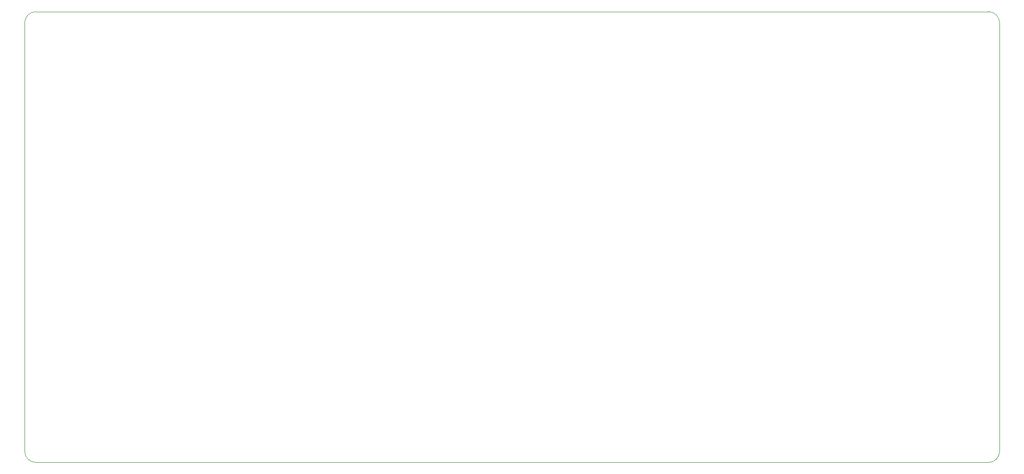
<source format=gm1>
G04 Layer_Color=16711935*
%FSLAX43Y43*%
%MOMM*%
G71*
G01*
G75*
%ADD121C,0.100*%
D121*
X200400Y133400D02*
G03*
X198400Y135400I-2000J0D01*
G01*
X27400Y135400D02*
G03*
X25400Y133400I0J-2000D01*
G01*
Y56400D02*
G03*
X27400Y54400I2000J0D01*
G01*
X198400D02*
G03*
X200400Y56400I0J2000D01*
G01*
X200400D02*
Y133400D01*
X27400Y135400D02*
X198400D01*
X25400Y133400D02*
X25400Y56400D01*
X27400Y54400D02*
X198400Y54400D01*
X200400Y133400D02*
G03*
X198400Y135400I-2000J0D01*
G01*
X27400Y135400D02*
G03*
X25400Y133400I0J-2000D01*
G01*
Y56400D02*
G03*
X27400Y54400I2000J0D01*
G01*
X198400D02*
G03*
X200400Y56400I0J2000D01*
G01*
X200400D02*
Y133400D01*
X27400Y135400D02*
X198400D01*
X25400Y133400D02*
X25400Y56400D01*
X27400Y54400D02*
X198400Y54400D01*
M02*

</source>
